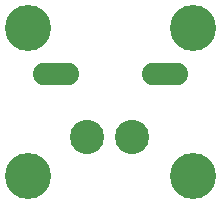
<source format=gbr>
G04 #@! TF.GenerationSoftware,KiCad,Pcbnew,5.0.0*
G04 #@! TF.CreationDate,2018-09-12T17:51:14-05:00*
G04 #@! TF.ProjectId,AntennaDeploymentBracket,416E74656E6E614465706C6F796D656E,rev?*
G04 #@! TF.SameCoordinates,Original*
G04 #@! TF.FileFunction,Soldermask,Top*
G04 #@! TF.FilePolarity,Negative*
%FSLAX46Y46*%
G04 Gerber Fmt 4.6, Leading zero omitted, Abs format (unit mm)*
G04 Created by KiCad (PCBNEW 5.0.0) date Wed Sep 12 17:51:14 2018*
%MOMM*%
%LPD*%
G01*
G04 APERTURE LIST*
%ADD10C,3.900000*%
%ADD11C,2.899360*%
%ADD12O,3.900000X1.924000*%
G04 APERTURE END LIST*
D10*
G04 #@! TO.C,REF\002A\002A*
X118237000Y-103886000D03*
G04 #@! TD*
G04 #@! TO.C,REF\002A\002A*
X132207000Y-103886000D03*
G04 #@! TD*
G04 #@! TO.C,REF\002A\002A*
X118237000Y-91313000D03*
G04 #@! TD*
D11*
G04 #@! TO.C,J1*
X123190000Y-100584000D03*
X127000000Y-100584000D03*
G04 #@! TD*
D12*
G04 #@! TO.C,R1*
X120622000Y-95250000D03*
X129804100Y-95262700D03*
G04 #@! TD*
D10*
G04 #@! TO.C,REF\002A\002A*
X132207000Y-91313000D03*
G04 #@! TD*
M02*

</source>
